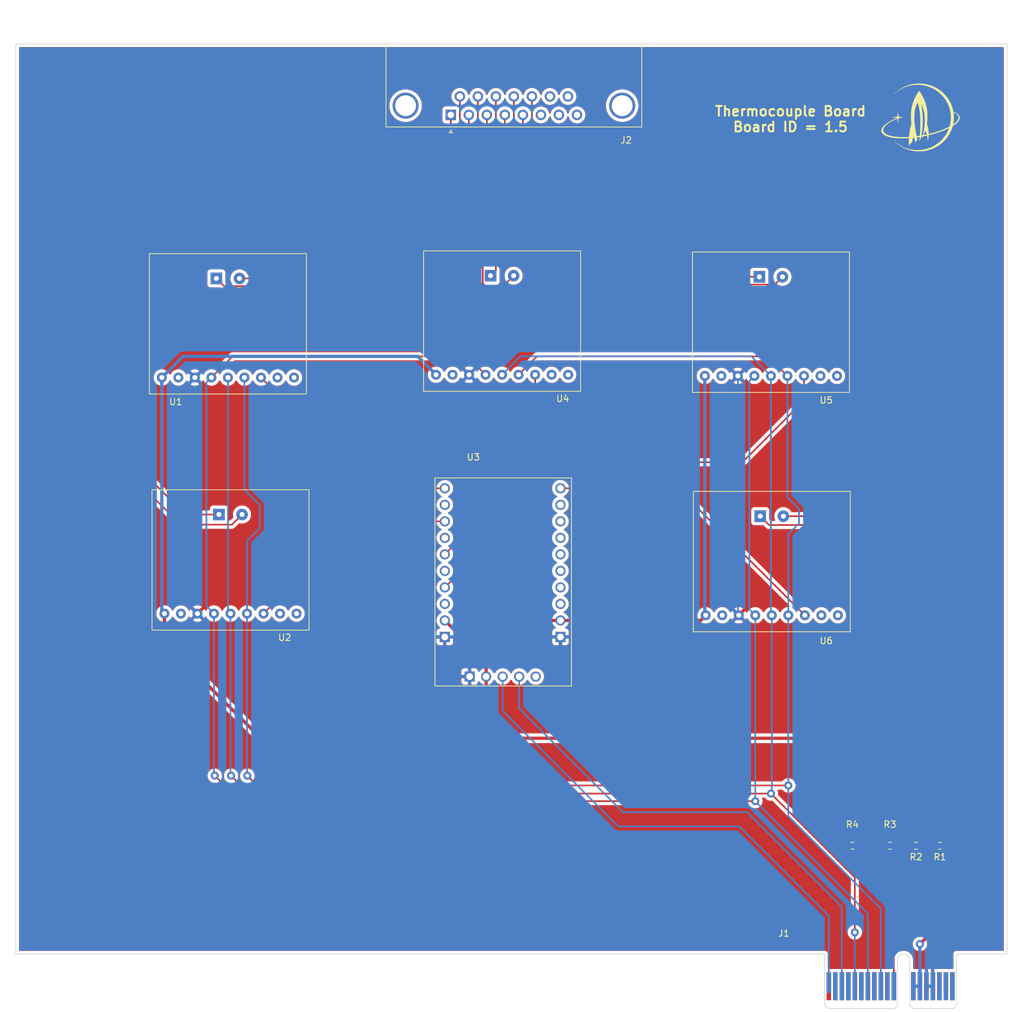
<source format=kicad_pcb>
(kicad_pcb (version 20211014) (generator pcbnew)
  (layers (0 "F.Cu" signal) (31 "B.Cu" signal) (34 "B.Paste" user) (35 "F.Paste" user) (36 "B.SilkS" user "B.Silkscreen") (37 "F.SilkS" user "F.Silkscreen") (38 "B.Mask" user) (39 "F.Mask" user) (44 "Edge.Cuts" user))
  (net 0 "")
  (net 1 "/I2C_SDA")
  (net 3 "/I2C_SCL")
  (net 5 "/SPI_MISO")
  (net 7 "/SPI_SCK")
  (net 9 "/SPI_MOSI")
  (net 12 "+3V3")
  (net 13 "GND")
  (net 27 "/Board_ID")
  (net 33 "/TC1_T-")
  (net 34 "/TC2_T-")
  (net 35 "/TC3_T-")
  (net 36 "/TC4_T-")
  (net 37 "/TC5_T-")
  (net 41 "/TC1_T+")
  (net 42 "/TC2_T+")
  (net 43 "/TC3_T+")
  (net 44 "/TC4_T+")
  (net 45 "/TC5_T+")
  (net 48 "Net-(R1-Pad2)")
  (net 49 "Net-(R2-Pad2)")
  (net 52 "/TC1_CS")
  (net 56 "/TC2_CS")
  (net 60 "/TC3_CS")
  (net 62 "/TC4_CS")
  (net 72 "/TC5_CS")
  (footprint "Resistor_SMD:R_0603_1608Metric" (layer "F.Cu") (at 177.73 151.03 180)
    (fp_text reference "R1" (at 0 -1.72) (layer "F.SilkS"))
    (fp_text value "10k")
    (pad "1" smd roundrect (at -0.825 0 180) (size 0.8 0.95) (layers "F.Cu" "F.Paste" "F.Mask") (net 12 "+3V3"))
    (pad "2" smd roundrect (at 0.825 0 180) (size 0.8 0.95) (layers "F.Cu" "F.Paste" "F.Mask") (net 48 "Net-(R1-Pad2)"))
  )
  (footprint "Resistor_SMD:R_0603_1608Metric" (layer "F.Cu") (at 174.06 151.02 180)
    (fp_text reference "R2" (at 0 -1.73) (layer "F.SilkS"))
    (fp_text value "1k")
    (pad "1" smd roundrect (at -0.825 0 180) (size 0.8 0.95) (layers "F.Cu" "F.Paste" "F.Mask") (net 48 "Net-(R1-Pad2)"))
    (pad "2" smd roundrect (at 0.825 0 180) (size 0.8 0.95) (layers "F.Cu" "F.Paste" "F.Mask") (net 49 "Net-(R2-Pad2)"))
  )
  (footprint "PCF8575_Breakout:PCF8575_Breakout" (layer "F.Cu") (at 100.0925 126.4475)
    (fp_text reference "U3" (at 5.9075 -35.1975 unlocked) (layer "F.SilkS"))
    (fp_text value "PCF8575_Breakout")
    (pad "1" thru_hole circle (at 1.5264 -30.4) (size 1.56 1.56) (drill 1.04) (layers *.Cu *.Mask) (net 52 "/TC1_CS"))
    (pad "2" thru_hole circle (at 1.5264 -27.86) (size 1.56 1.56) (drill 1.04) (layers *.Cu *.Mask))
    (pad "3" thru_hole circle (at 1.5264 -25.32) (size 1.56 1.56) (drill 1.04) (layers *.Cu *.Mask) (net 56 "/TC2_CS"))
    (pad "4" thru_hole circle (at 1.5264 -22.78) (size 1.56 1.56) (drill 1.04) (layers *.Cu *.Mask))
    (pad "5" thru_hole circle (at 1.5264 -20.24) (size 1.56 1.56) (drill 1.04) (layers *.Cu *.Mask) (net 60 "/TC3_CS"))
    (pad "6" thru_hole circle (at 1.5264 -17.7) (size 1.56 1.56) (drill 1.04) (layers *.Cu *.Mask))
    (pad "7" thru_hole circle (at 1.5264 -15.16) (size 1.56 1.56) (drill 1.04) (layers *.Cu *.Mask) (net 62 "/TC4_CS"))
    (pad "8" thru_hole circle (at 1.5264 -12.62) (size 1.56 1.56) (drill 1.04) (layers *.Cu *.Mask))
    (pad "9" thru_hole circle (at 1.5264 -10.08) (size 1.56 1.56) (drill 1.04) (layers *.Cu *.Mask) (net 12 "+3V3"))
    (pad "10" thru_hole rect (at 1.5264 -7.54) (size 1.56 1.56) (drill 1.04) (layers *.Cu *.Mask) (net 13 "GND"))
    (pad "11" thru_hole rect (at 5.3364 -1.444 90) (size 1.56 1.56) (drill 1.04) (layers *.Cu *.Mask) (net 13 "GND"))
    (pad "12" thru_hole circle (at 7.8764 -1.444 90) (size 1.56 1.56) (drill 1.04) (layers *.Cu *.Mask) (net 12 "+3V3"))
    (pad "13" thru_hole circle (at 10.4164 -1.444 90) (size 1.56 1.56) (drill 1.04) (layers *.Cu *.Mask) (net 1 "/I2C_SDA"))
    (pad "14" thru_hole circle (at 12.9564 -1.444 90) (size 1.56 1.56) (drill 1.04) (layers *.Cu *.Mask) (net 3 "/I2C_SCL"))
    (pad "15" thru_hole circle (at 15.4964 -1.444 90) (size 1.56 1.56) (drill 1.04) (layers *.Cu *.Mask))
    (pad "16" thru_hole rect (at 19.30584 -7.54) (size 1.56 1.56) (drill 1.04) (layers *.Cu *.Mask) (net 13 "GND"))
    (pad "17" thru_hole circle (at 19.30584 -10.08) (size 1.56 1.56) (drill 1.04) (layers *.Cu *.Mask) (net 12 "+3V3"))
    (pad "18" thru_hole circle (at 19.30584 -12.62) (size 1.56 1.56) (drill 1.04) (layers *.Cu *.Mask))
    (pad "19" thru_hole circle (at 19.30584 -15.16) (size 1.56 1.56) (drill 1.04) (layers *.Cu *.Mask))
    (pad "20" thru_hole circle (at 19.30584 -17.7) (size 1.56 1.56) (drill 1.04) (layers *.Cu *.Mask))
    (pad "21" thru_hole circle (at 19.30584 -20.24) (size 1.56 1.56) (drill 1.04) (layers *.Cu *.Mask))
    (pad "22" thru_hole circle (at 19.30584 -22.78) (size 1.56 1.56) (drill 1.04) (layers *.Cu *.Mask))
    (pad "23" thru_hole circle (at 19.30584 -25.32) (size 1.56 1.56) (drill 1.04) (layers *.Cu *.Mask))
    (pad "24" thru_hole circle (at 19.30584 -27.86) (size 1.56 1.56) (drill 1.04) (layers *.Cu *.Mask))
    (pad "25" thru_hole circle (at 19.30584 -30.4) (size 1.56 1.56) (drill 1.04) (layers *.Cu *.Mask) (net 72 "/TC5_CS"))
  )
  (footprint "star-common-lib:star_12x10" (layer "F.Cu") (at 174.75 39)
    (fp_text reference "G***" hide)
    (fp_text value "LOGO" hide)
  )
  (footprint "MAX31856_Breakout:MAX31856_Breakout" (layer "F.Cu") (at 68.905 67.321)
    (fp_text reference "U1" (at -8.655 15.429 unlocked) (layer "F.SilkS"))
    (fp_text value "MAX31856")
    (pad "1" thru_hole circle (at 1.143 -3.556 90) (size 1.778 1.778) (drill 0.762) (layers *.Cu *.Mask) (net 33 "/TC1_T-"))
    (pad "2" thru_hole rect (at -2.413 -3.556 90) (size 1.778 1.778) (drill 0.762) (layers *.Cu *.Mask) (net 41 "/TC1_T+"))
    (pad "3" thru_hole circle (at 9.525 11.684 90) (size 1.524 1.524) (drill 0.762) (layers *.Cu *.Mask))
    (pad "4" thru_hole circle (at 6.985 11.684 90) (size 1.524 1.524) (drill 0.762) (layers *.Cu *.Mask))
    (pad "5" thru_hole circle (at 4.445 11.684 90) (size 1.524 1.524) (drill 0.762) (layers *.Cu *.Mask) (net 52 "/TC1_CS"))
    (pad "6" thru_hole circle (at 1.905 11.684 90) (size 1.524 1.524) (drill 0.762) (layers *.Cu *.Mask) (net 9 "/SPI_MOSI"))
    (pad "7" thru_hole circle (at -0.635 11.684 90) (size 1.524 1.524) (drill 0.762) (layers *.Cu *.Mask) (net 5 "/SPI_MISO"))
    (pad "8" thru_hole circle (at -3.175 11.684 90) (size 1.524 1.524) (drill 0.762) (layers *.Cu *.Mask) (net 7 "/SPI_SCK"))
    (pad "9" thru_hole circle (at -5.715 11.684 90) (size 1.524 1.524) (drill 0.762) (layers *.Cu *.Mask) (net 13 "GND"))
    (pad "10" thru_hole circle (at -8.255 11.684 90) (size 1.524 1.524) (drill 0.762) (layers *.Cu *.Mask))
    (pad "11" thru_hole circle (at -10.795 11.684 90) (size 1.524 1.524) (drill 0.762) (layers *.Cu *.Mask) (net 12 "+3V3"))
  )
  (footprint "DSUB_622-015-260-042:DSUB_622-015-260-042" (layer "F.Cu") (at 102.54 38.61 180)
    (fp_text reference "J2" (at -26.96 -3.89) (layer "F.SilkS"))
    (fp_text value "DSUB1")
    (pad "0" thru_hole circle (at 6.955 1.42 180) (size 4 4) (drill 3.2) (layers *.Cu *.Mask))
    (pad "0" thru_hole circle (at -26.345 1.42 180) (size 4 4) (drill 3.2) (layers *.Cu *.Mask))
    (pad "1" thru_hole rect (at 0 0 180) (size 1.6 1.6) (drill 1) (layers *.Cu *.Mask) (net 33 "/TC1_T-"))
    (pad "2" thru_hole circle (at -2.77 0 180) (size 1.6 1.6) (drill 1) (layers *.Cu *.Mask) (net 34 "/TC2_T-"))
    (pad "3" thru_hole circle (at -5.54 0 180) (size 1.6 1.6) (drill 1) (layers *.Cu *.Mask) (net 35 "/TC3_T-"))
    (pad "4" thru_hole circle (at -8.31 0 180) (size 1.6 1.6) (drill 1) (layers *.Cu *.Mask) (net 36 "/TC4_T-"))
    (pad "5" thru_hole circle (at -11.08 0 180) (size 1.6 1.6) (drill 1) (layers *.Cu *.Mask) (net 37 "/TC5_T-"))
    (pad "6" thru_hole circle (at -13.85 0 180) (size 1.6 1.6) (drill 1) (layers *.Cu *.Mask))
    (pad "7" thru_hole circle (at -16.62 0 180) (size 1.6 1.6) (drill 1) (layers *.Cu *.Mask))
    (pad "8" thru_hole circle (at -19.39 0 180) (size 1.6 1.6) (drill 1) (layers *.Cu *.Mask))
    (pad "9" thru_hole circle (at -1.385 2.84 180) (size 1.6 1.6) (drill 1) (layers *.Cu *.Mask) (net 41 "/TC1_T+"))
    (pad "10" thru_hole circle (at -4.155 2.84 180) (size 1.6 1.6) (drill 1) (layers *.Cu *.Mask) (net 42 "/TC2_T+"))
    (pad "11" thru_hole circle (at -6.925 2.84 180) (size 1.6 1.6) (drill 1) (layers *.Cu *.Mask) (net 43 "/TC3_T+"))
    (pad "12" thru_hole circle (at -9.695 2.84 180) (size 1.6 1.6) (drill 1) (layers *.Cu *.Mask) (net 44 "/TC4_T+"))
    (pad "13" thru_hole circle (at -12.465 2.84 180) (size 1.6 1.6) (drill 1) (layers *.Cu *.Mask) (net 45 "/TC5_T+"))
    (pad "14" thru_hole circle (at -15.235 2.84 180) (size 1.6 1.6) (drill 1) (layers *.Cu *.Mask))
    (pad "15" thru_hole circle (at -18.005 2.84 180) (size 1.6 1.6) (drill 1) (layers *.Cu *.Mask))
  )
  (footprint "MAX31856_Breakout:MAX31856_Breakout" (layer "F.Cu") (at 111.055 66.891)
    (fp_text reference "U4" (at 8.695 15.359 unlocked) (layer "F.SilkS"))
    (fp_text value "MAX31856")
    (pad "1" thru_hole circle (at 1.143 -3.556 90) (size 1.778 1.778) (drill 0.762) (layers *.Cu *.Mask) (net 35 "/TC3_T-"))
    (pad "2" thru_hole rect (at -2.413 -3.556 90) (size 1.778 1.778) (drill 0.762) (layers *.Cu *.Mask) (net 43 "/TC3_T+"))
    (pad "3" thru_hole circle (at 9.525 11.684 90) (size 1.524 1.524) (drill 0.762) (layers *.Cu *.Mask))
    (pad "4" thru_hole circle (at 6.985 11.684 90) (size 1.524 1.524) (drill 0.762) (layers *.Cu *.Mask))
    (pad "5" thru_hole circle (at 4.445 11.684 90) (size 1.524 1.524) (drill 0.762) (layers *.Cu *.Mask) (net 60 "/TC3_CS"))
    (pad "6" thru_hole circle (at 1.905 11.684 90) (size 1.524 1.524) (drill 0.762) (layers *.Cu *.Mask) (net 9 "/SPI_MOSI"))
    (pad "7" thru_hole circle (at -0.635 11.684 90) (size 1.524 1.524) (drill 0.762) (layers *.Cu *.Mask) (net 5 "/SPI_MISO"))
    (pad "8" thru_hole circle (at -3.175 11.684 90) (size 1.524 1.524) (drill 0.762) (layers *.Cu *.Mask) (net 7 "/SPI_SCK"))
    (pad "9" thru_hole circle (at -5.715 11.684 90) (size 1.524 1.524) (drill 0.762) (layers *.Cu *.Mask) (net 13 "GND"))
    (pad "10" thru_hole circle (at -8.255 11.684 90) (size 1.524 1.524) (drill 0.762) (layers *.Cu *.Mask))
    (pad "11" thru_hole circle (at -10.795 11.684 90) (size 1.524 1.524) (drill 0.762) (layers *.Cu *.Mask) (net 12 "+3V3"))
  )
  (footprint "Resistor_SMD:R_0603_1608Metric" (layer "F.Cu") (at 170.05 151.02 180)
    (fp_text reference "R3" (at 0 3.27) (layer "F.SilkS"))
    (fp_text value "1k")
    (pad "1" smd roundrect (at -0.825 0 180) (size 0.8 0.95) (layers "F.Cu" "F.Paste" "F.Mask") (net 49 "Net-(R2-Pad2)"))
    (pad "2" smd roundrect (at 0.825 0 180) (size 0.8 0.95) (layers "F.Cu" "F.Paste" "F.Mask") (net 27 "/Board_ID"))
  )
  (footprint "MAX31856_Breakout:MAX31856_Breakout" (layer "F.Cu") (at 69.3 103.63)
    (fp_text reference "U2" (at 7.7 15.37 unlocked) (layer "F.SilkS"))
    (fp_text value "MAX31856")
    (pad "1" thru_hole circle (at 1.143 -3.556 90) (size 1.778 1.778) (drill 0.762) (layers *.Cu *.Mask) (net 34 "/TC2_T-"))
    (pad "2" thru_hole rect (at -2.413 -3.556 90) (size 1.778 1.778) (drill 0.762) (layers *.Cu *.Mask) (net 42 "/TC2_T+"))
    (pad "3" thru_hole circle (at 9.525 11.684 90) (size 1.524 1.524) (drill 0.762) (layers *.Cu *.Mask))
    (pad "4" thru_hole circle (at 6.985 11.684 90) (size 1.524 1.524) (drill 0.762) (layers *.Cu *.Mask))
    (pad "5" thru_hole circle (at 4.445 11.684 90) (size 1.524 1.524) (drill 0.762) (layers *.Cu *.Mask) (net 56 "/TC2_CS"))
    (pad "6" thru_hole circle (at 1.905 11.684 90) (size 1.524 1.524) (drill 0.762) (layers *.Cu *.Mask) (net 9 "/SPI_MOSI"))
    (pad "7" thru_hole circle (at -0.635 11.684 90) (size 1.524 1.524) (drill 0.762) (layers *.Cu *.Mask) (net 5 "/SPI_MISO"))
    (pad "8" thru_hole circle (at -3.175 11.684 90) (size 1.524 1.524) (drill 0.762) (layers *.Cu *.Mask) (net 7 "/SPI_SCK"))
    (pad "9" thru_hole circle (at -5.715 11.684 90) (size 1.524 1.524) (drill 0.762) (layers *.Cu *.Mask) (net 13 "GND"))
    (pad "10" thru_hole circle (at -8.255 11.684 90) (size 1.524 1.524) (drill 0.762) (layers *.Cu *.Mask))
    (pad "11" thru_hole circle (at -10.795 11.684 90) (size 1.524 1.524) (drill 0.762) (layers *.Cu *.Mask) (net 12 "+3V3"))
  )
  (footprint "Resistor_SMD:R_0603_1608Metric" (layer "F.Cu") (at 164.28 151.02 180)
    (fp_text reference "R4" (at 0 3.27) (layer "F.SilkS"))
    (fp_text value "10k")
    (pad "1" smd roundrect (at -0.825 0 180) (size 0.8 0.95) (layers "F.Cu" "F.Paste" "F.Mask") (net 27 "/Board_ID"))
    (pad "2" smd roundrect (at 0.825 0 180) (size 0.8 0.95) (layers "F.Cu" "F.Paste" "F.Mask") (net 13 "GND"))
  )
  (footprint "MAX31856_Breakout:MAX31856_Breakout" (layer "F.Cu") (at 152.52 103.89)
    (fp_text reference "U6" (at 7.73 15.61 unlocked) (layer "F.SilkS"))
    (fp_text value "MAX31856")
    (pad "1" thru_hole circle (at 1.143 -3.556 90) (size 1.778 1.778) (drill 0.762) (layers *.Cu *.Mask) (net 37 "/TC5_T-"))
    (pad "2" thru_hole rect (at -2.413 -3.556 90) (size 1.778 1.778) (drill 0.762) (layers *.Cu *.Mask) (net 45 "/TC5_T+"))
    (pad "3" thru_hole circle (at 9.525 11.684 90) (size 1.524 1.524) (drill 0.762) (layers *.Cu *.Mask))
    (pad "4" thru_hole circle (at 6.985 11.684 90) (size 1.524 1.524) (drill 0.762) (layers *.Cu *.Mask))
    (pad "5" thru_hole circle (at 4.445 11.684 90) (size 1.524 1.524) (drill 0.762) (layers *.Cu *.Mask) (net 72 "/TC5_CS"))
    (pad "6" thru_hole circle (at 1.905 11.684 90) (size 1.524 1.524) (drill 0.762) (layers *.Cu *.Mask) (net 9 "/SPI_MOSI"))
    (pad "7" thru_hole circle (at -0.635 11.684 90) (size 1.524 1.524) (drill 0.762) (layers *.Cu *.Mask) (net 5 "/SPI_MISO"))
    (pad "8" thru_hole circle (at -3.175 11.684 90) (size 1.524 1.524) (drill 0.762) (layers *.Cu *.Mask) (net 7 "/SPI_SCK"))
    (pad "9" thru_hole circle (at -5.715 11.684 90) (size 1.524 1.524) (drill 0.762) (layers *.Cu *.Mask) (net 13 "GND"))
    (pad "10" thru_hole circle (at -8.255 11.684 90) (size 1.524 1.524) (drill 0.762) (layers *.Cu *.Mask))
    (pad "11" thru_hole circle (at -10.795 11.684 90) (size 1.524 1.524) (drill 0.762) (layers *.Cu *.Mask) (net 12 "+3V3"))
  )
  (footprint "Connector_PCBEdge:BUS_PCIexpress_x1" (layer "F.Cu") (at 160.65 172.63)
    (fp_text reference "J1" (at -6.9 -8.13) (layer "F.SilkS"))
    (fp_text value "PCIE Card Edge")
    (fp_line (start 12.95 3.45) (end 19.15 3.45) (layer "Edge.Cuts") (width 0.1))
    (fp_line (start 10.55 -4) (end 10.55 2.95) (layer "Edge.Cuts") (width 0.1))
    (fp_line (start 12.45 2.95) (end 12.95 3.45) (layer "Edge.Cuts") (width 0.1))
    (fp_line (start -0.15 3.45) (end 10.05 3.45) (layer "Edge.Cuts") (width 0.1))
    (fp_line (start -0.65 2.95) (end -0.15 3.45) (layer "Edge.Cuts") (width 0.1))
    (fp_line (start 12.45 -4) (end 12.45 2.95) (layer "Edge.Cuts") (width 0.1))
    (fp_line (start 19.65 -4.95) (end 19.65 2.95) (layer "Edge.Cuts") (width 0.1))
    (fp_line (start 10.55 2.95) (end 10.05 3.45) (layer "Edge.Cuts") (width 0.1))
    (fp_line (start 19.65 2.95) (end 19.15 3.45) (layer "Edge.Cuts") (width 0.1))
    (fp_line (start -0.65 -4.95) (end -0.65 2.95) (layer "Edge.Cuts") (width 0.1))
    (fp_arc (start 10.55 -4) (mid 11.5 -4.95) (end 12.45 -4) (layer "Edge.Cuts") (width 0.1))
    (pad "A1" connect rect (at 0 -0.55) (size 0.7 3.2) (layers "B.Cu" "B.Mask") (net 1 "/I2C_SDA"))
    (pad "A2" connect rect (at 1 0) (size 0.7 4.3) (layers "B.Cu" "B.Mask"))
    (pad "A3" connect rect (at 2 0) (size 0.7 4.3) (layers "B.Cu" "B.Mask") (net 3 "/I2C_SCL"))
    (pad "A4" connect rect (at 3 0) (size 0.7 4.3) (layers "B.Cu" "B.Mask"))
    (pad "A5" connect rect (at 4 0) (size 0.7 4.3) (layers "B.Cu" "B.Mask") (net 5 "/SPI_MISO"))
    (pad "A6" connect rect (at 5 0) (size 0.7 4.3) (layers "B.Cu" "B.Mask"))
    (pad "A7" connect rect (at 6 0) (size 0.7 4.3) (layers "B.Cu" "B.Mask") (net 7 "/SPI_SCK"))
    (pad "A8" connect rect (at 7 0) (size 0.7 4.3) (layers "B.Cu" "B.Mask"))
    (pad "A9" connect rect (at 8 0) (size 0.7 4.3) (layers "B.Cu" "B.Mask") (net 9 "/SPI_MOSI"))
    (pad "A10" connect rect (at 9 0) (size 0.7 4.3) (layers "B.Cu" "B.Mask"))
    (pad "A11" connect rect (at 10 0) (size 0.7 4.3) (layers "B.Cu" "B.Mask"))
    (pad "A12" connect rect (at 13 0) (size 0.7 4.3) (layers "B.Cu" "B.Mask") (net 12 "+3V3"))
    (pad "A13" connect rect (at 14 0) (size 0.7 4.3) (layers "B.Cu" "B.Mask") (net 12 "+3V3"))
    (pad "A14" connect rect (at 15 0) (size 0.7 4.3) (layers "B.Cu" "B.Mask") (net 13 "GND"))
    (pad "A15" connect rect (at 16 0) (size 0.7 4.3) (layers "B.Cu" "B.Mask") (net 13 "GND"))
    (pad "A16" connect rect (at 17 0) (size 0.7 4.3) (layers "B.Cu" "B.Mask"))
    (pad "A17" connect rect (at 18 0) (size 0.7 4.3) (layers "B.Cu" "B.Mask"))
    (pad "A18" connect rect (at 19 0) (size 0.7 4.3) (layers "B.Cu" "B.Mask"))
    (pad "B1" connect rect (at 0 0) (size 0.7 4.3) (layers "F.Cu" "F.Mask"))
    (pad "B2" connect rect (at 1 0) (size 0.7 4.3) (layers "F.Cu" "F.Mask"))
    (pad "B3" connect rect (at 2 0) (size 0.7 4.3) (layers "F.Cu" "F.Mask"))
    (pad "B4" connect rect (at 3 0) (size 0.7 4.3) (layers "F.Cu" "F.Mask"))
    (pad "B5" connect rect (at 4 0) (size 0.7 4.3) (layers "F.Cu" "F.Mask"))
    (pad "B6" connect rect (at 5 0) (size 0.7 4.3) (layers "F.Cu" "F.Mask"))
    (pad "B7" connect rect (at 6 0) (size 0.7 4.3) (layers "F.Cu" "F.Mask"))
    (pad "B8" connect rect (at 7 0) (size 0.7 4.3) (layers "F.Cu" "F.Mask"))
    (pad "B9" connect rect (at 8 0) (size 0.7 4.3) (layers "F.Cu" "F.Mask"))
    (pad "B10" connect rect (at 9 0) (size 0.7 4.3) (layers "F.Cu" "F.Mask"))
    (pad "B11" connect rect (at 10 0) (size 0.7 4.3) (layers "F.Cu" "F.Mask") (net 27 "/Board_ID"))
    (pad "B12" connect rect (at 13 0) (size 0.7 4.3) (layers "F.Cu" "F.Mask"))
    (pad "B13" connect rect (at 14 0) (size 0.7 4.3) (layers "F.Cu" "F.Mask"))
    (pad "B14" connect rect (at 15 0) (size 0.7 4.3) (layers "F.Cu" "F.Mask") (net 13 "GND"))
    (pad "B15" connect rect (at 16 0) (size 0.7 4.3) (layers "F.Cu" "F.Mask") (net 13 "GND"))
    (pad "B16" connect rect (at 17 0) (size 0.7 4.3) (layers "F.Cu" "F.Mask"))
    (pad "B17" connect rect (at 18 -0.55) (size 0.7 3.2) (layers "F.Cu" "F.Mask"))
    (pad "B18" connect rect (at 19 0) (size 0.7 4.3) (layers "F.Cu" "F.Mask"))
  )
  (footprint "MAX31856_Breakout:MAX31856_Breakout" (layer "F.Cu") (at 152.385 67.071)
    (fp_text reference "U5" (at 7.865 15.429 unlocked) (layer "F.SilkS"))
    (fp_text value "MAX31856")
    (pad "1" thru_hole circle (at 1.143 -3.556 90) (size 1.778 1.778) (drill 0.762) (layers *.Cu *.Mask) (net 36 "/TC4_T-"))
    (pad "2" thru_hole rect (at -2.413 -3.556 90) (size 1.778 1.778) (drill 0.762) (layers *.Cu *.Mask) (net 44 "/TC4_T+"))
    (pad "3" thru_hole circle (at 9.525 11.684 90) (size 1.524 1.524) (drill 0.762) (layers *.Cu *.Mask))
    (pad "4" thru_hole circle (at 6.985 11.684 90) (size 1.524 1.524) (drill 0.762) (layers *.Cu *.Mask))
    (pad "5" thru_hole circle (at 4.445 11.684 90) (size 1.524 1.524) (drill 0.762) (layers *.Cu *.Mask) (net 62 "/TC4_CS"))
    (pad "6" thru_hole circle (at 1.905 11.684 90) (size 1.524 1.524) (drill 0.762) (layers *.Cu *.Mask) (net 9 "/SPI_MOSI"))
    (pad "7" thru_hole circle (at -0.635 11.684 90) (size 1.524 1.524) (drill 0.762) (layers *.Cu *.Mask) (net 5 "/SPI_MISO"))
    (pad "8" thru_hole circle (at -3.175 11.684 90) (size 1.524 1.524) (drill 0.762) (layers *.Cu *.Mask) (net 7 "/SPI_SCK"))
    (pad "9" thru_hole circle (at -5.715 11.684 90) (size 1.524 1.524) (drill 0.762) (layers *.Cu *.Mask) (net 13 "GND"))
    (pad "10" thru_hole circle (at -8.255 11.684 90) (size 1.524 1.524) (drill 0.762) (layers *.Cu *.Mask))
    (pad "11" thru_hole circle (at -10.795 11.684 90) (size 1.524 1.524) (drill 0.762) (layers *.Cu *.Mask) (net 12 "+3V3"))
  )
  (gr_line (start 35.65 167.68) (end 35.65 27.68) (layer "Edge.Cuts") (width 0.1))
  (gr_line (start 35.65 27.68) (end 188.05 27.68) (layer "Edge.Cuts") (width 0.1))
  (gr_line (start 188.05 27.68) (end 188.05 167.68) (layer "Edge.Cuts") (width 0.1))
  (gr_line (start 160 167.68) (end 35.65 167.68) (layer "Edge.Cuts") (width 0.1))
  (gr_line (start 188.05 167.68) (end 180.3 167.68) (layer "Edge.Cuts") (width 0.1))
  (gr_text "Thermocouple Board\nBoard ID = 1.5" (at 154.75 39.25) (layer "F.SilkS") (effects (font (size 1.5 1.5) (thickness 0.3))))
  (segment (start 110.5089 130.2689) (end 110.5089 125.0035) (width 0.254) (layer "B.Cu") (net 1))
  (segment (start 160.65 172.08) (end 160.65 161.81) (width 0.254) (layer "B.Cu") (net 1))
  (segment (start 147.325 148.485) (end 146.87 148.03) (width 0.254) (layer "B.Cu") (net 1))
  (segment (start 128.285 148.045) (end 146.885 148.045) (width 0.254) (layer "B.Cu") (net 1))
  (segment (start 146.885 148.045) (end 147.325 148.485) (width 0.254) (layer "B.Cu") (net 1))
  (segment (start 128.285 148.045) (end 110.5089 130.2689) (width 0.254) (layer "B.Cu") (net 1))
  (segment (start 160.65 161.81) (end 147.325 148.485) (width 0.254) (layer "B.Cu") (net 1))
  (segment (start 162.65 160.41) (end 148.11 145.87) (width 0.254) (layer "B.Cu") (net 3))
  (segment (start 162.65 172.63) (end 162.65 160.41) (width 0.254) (layer "B.Cu") (net 3))
  (segment (start 148.11 145.87) (end 129.01 145.87) (width 0.254) (layer "B.Cu") (net 3))
  (segment (start 113.0489 129.9089) (end 113.0489 125.0035) (width 0.254) (layer "B.Cu") (net 3))
  (segment (start 129.01 145.87) (end 113.0489 129.9089) (width 0.254) (layer "B.Cu") (net 3))
  (segment (start 71.5 143) (end 68.75 140.25) (width 0.254) (layer "F.Cu") (net 5))
  (segment (start 164.65 155.9) (end 151.75 143) (width 0.254) (layer "F.Cu") (net 5))
  (segment (start 151.75 143) (end 71.5 143) (width 0.254) (layer "F.Cu") (net 5))
  (segment (start 164.65 164.35) (end 164.65 155.9) (width 0.254) (layer "F.Cu") (net 5))
  (via (at 164.65 164.35) (size 1.2192) (drill 0.6096) (layers "F.Cu" "B.Cu") (net 5))
  (via (at 68.75 140.25) (size 1.2192) (drill 0.6096) (layers "F.Cu" "B.Cu") (net 5))
  (via (at 151.75 143) (size 1.2192) (drill 0.6096) (layers "F.Cu" "B.Cu") (net 5))
  (segment (start 151.885 142.865) (end 151.75 143) (width 0.254) (layer "B.Cu") (net 5))
  (segment (start 151.75 115.439) (end 151.885 115.574) (width 0.254) (layer "B.Cu") (net 5))
  (segment (start 113.245 75.75) (end 110.42 78.575) (width 0.254) (layer "B.Cu") (net 5))
  (segment (start 68.27 114.919) (end 68.665 115.314) (width 0.254) (layer "B.Cu") (net 5))
  (segment (start 68.665 140.165) (end 68.75 140.25) (width 0.254) (layer "B.Cu") (net 5))
  (segment (start 164.65 172.63) (end 164.65 164.35) (width 0.254) (layer "B.Cu") (net 5))
  (segment (start 151.885 115.574) (end 151.885 142.865) (width 0.254) (layer "B.Cu") (net 5))
  (segment (start 151.75 78.755) (end 151.75 115.439) (width 0.254) (layer "B.Cu") (net 5))
  (segment (start 68.665 115.314) (end 68.665 140.165) (width 0.254) (layer "B.Cu") (net 5))
  (segment (start 148.745 75.75) (end 113.245 75.75) (width 0.254) (layer "B.Cu") (net 5))
  (segment (start 68.27 79.005) (end 68.27 114.919) (width 0.254) (layer "B.Cu") (net 5))
  (segment (start 151.75 78.755) (end 148.745 75.75) (width 0.254) (layer "B.Cu") (net 5))
  (segment (start 68.985 75.75) (end 105.055 75.75) (width 0.254) (layer "F.Cu") (net 7))
  (segment (start 65.73 79.005) (end 68.985 75.75) (width 0.254) (layer "F.Cu") (net 7))
  (segment (start 105.055 75.75) (end 107.88 78.575) (width 0.254) (layer "F.Cu") (net 7))
  (segment (start 66.25 140.25) (end 70.165 144.165) (width 0.254) (layer "F.Cu") (net 7))
  (segment (start 70.165 144.165) (end 149.345 144.165) (width 0.254) (layer "F.Cu") (net 7))
  (via (at 66.25 140.25) (size 1.2192) (drill 0.6096) (layers "F.Cu" "B.Cu") (net 7))
  (via (at 149.345 144.165) (size 1.2192) (drill 0.6096) (layers "F.Cu" "B.Cu") (net 7))
  (segment (start 66.125 115.314) (end 66.125 140.125) (width 0.254) (layer "B.Cu") (net 7))
  (segment (start 148.448001 79.516999) (end 148.448001 114.677001) (width 0.254) (layer "B.Cu") (net 7))
  (segment (start 149.21 78.755) (end 148.448001 79.516999) (width 0.254) (layer "B.Cu") (net 7))
  (segment (start 64.968001 79.766999) (end 64.968001 114.157001) (width 0.254) (layer "B.Cu") (net 7))
  (segment (start 166.65 161.47) (end 166.65 172.63) (width 0.254) (layer "B.Cu") (net 7))
  (segment (start 64.968001 114.157001) (end 66.125 115.314) (width 0.254) (layer "B.Cu") (net 7))
  (segment (start 66.125 140.125) (end 66.25 140.25) (width 0.254) (layer "B.Cu") (net 7))
  (segment (start 148.448001 114.677001) (end 149.345 115.574) (width 0.254) (layer "B.Cu") (net 7))
  (segment (start 149.345 144.165) (end 166.65 161.47) (width 0.254) (layer "B.Cu") (net 7))
  (segment (start 65.73 79.005) (end 64.968001 79.766999) (width 0.254) (layer "B.Cu") (net 7))
  (segment (start 149.345 115.574) (end 149.345 144.165) (width 0.254) (layer "B.Cu") (net 7))
  (segment (start 115.785 75.75) (end 112.96 78.575) (width 0.254) (layer "F.Cu") (net 9))
  (segment (start 154.425 141.75) (end 72.75 141.75) (width 0.254) (layer "F.Cu") (net 9))
  (segment (start 72.75 141.75) (end 71.25 140.25) (width 0.254) (layer "F.Cu") (net 9))
  (segment (start 72.25 141.25) (end 71.25 140.25) (width 0.254) (layer "F.Cu") (net 9))
  (segment (start 151.285 75.75) (end 115.785 75.75) (width 0.254) (layer "F.Cu") (net 9))
  (segment (start 154.29 78.755) (end 151.285 75.75) (width 0.254) (layer "F.Cu") (net 9))
  (via (at 71.25 140.25) (size 1.2192) (drill 0.6096) (layers "F.Cu" "B.Cu") (net 9))
  (via (at 154.425 141.75) (size 1.2192) (drill 0.6096) (layers "F.Cu" "B.Cu") (net 9))
  (segment (start 70.81 79.005) (end 70.81 96.27) (width 0.254) (layer "B.Cu") (net 9))
  (segment (start 154.425 146.475) (end 168.65 160.7) (width 0.254) (layer "B.Cu") (net 9))
  (segment (start 156.07 99.23) (end 156.07 101.44) (width 0.254) (layer "B.Cu") (net 9))
  (segment (start 73.17 102.17) (end 71.205 104.135) (width 0.254) (layer "B.Cu") (net 9))
  (segment (start 168.65 160.7) (end 168.65 172.63) (width 0.254) (layer "B.Cu") (net 9))
  (segment (start 154.29 97.45) (end 156.07 99.23) (width 0.254) (layer "B.Cu") (net 9))
  (segment (start 154.29 78.755) (end 154.29 97.45) (width 0.254) (layer "B.Cu") (net 9))
  (segment (start 73.17 98.63) (end 73.17 102.17) (width 0.254) (layer "B.Cu") (net 9))
  (segment (start 154.425 104.305) (end 154.425 115.574) (width 0.254) (layer "B.Cu") (net 9))
  (segment (start 154.41 103.1) (end 154.41 104.29) (width 0.254) (layer "B.Cu") (net 9))
  (segment (start 156.07 101.44) (end 154.41 103.1) (width 0.254) (layer "B.Cu") (net 9))
  (segment (start 154.425 141.325) (end 154.425 146.475) (width 0.254) (layer "B.Cu") (net 9))
  (segment (start 154.425 115.574) (end 154.425 141.325) (width 0.254) (layer "B.Cu") (net 9))
  (segment (start 71.205 140.205) (end 71.205 115.314) (width 0.254) (layer "B.Cu") (net 9))
  (segment (start 154.41 104.29) (end 154.425 104.305) (width 0.254) (layer "B.Cu") (net 9))
  (segment (start 70.81 96.27) (end 73.17 98.63) (width 0.254) (layer "B.Cu") (net 9))
  (segment (start 71.25 140.25) (end 71.205 140.205) (width 0.254) (layer "B.Cu") (net 9))
  (segment (start 71.205 104.135) (end 71.205 115.314) (width 0.254) (layer "B.Cu") (net 9))
  (segment (start 107.9689 129.9389) (end 107.9689 125.0035) (width 0.508) (layer "F.Cu") (net 12))
  (segment (start 140.9315 116.3675) (end 141.725 115.574) (width 0.508) (layer "F.Cu") (net 12))
  (segment (start 114.3189 116.3675) (end 107.9689 122.7175) (width 0.508) (layer "F.Cu") (net 12))
  (segment (start 178.555 151.03) (end 162.015 134.49) (width 0.508) (layer "F.Cu") (net 12))
  (segment (start 119.39834 116.3675) (end 114.3189 116.3675) (width 0.508) (layer "F.Cu") (net 12))
  (segment (start 73.34 134.49) (end 58.505 119.655) (width 0.508) (layer "F.Cu") (net 12))
  (segment (start 107.9689 122.7175) (end 107.9689 125.0035) (width 0.508) (layer "F.Cu") (net 12))
  (segment (start 180.12 160.68) (end 180.12 152.595) (width 0.508) (layer "F.Cu") (net 12))
  (segment (start 119.39834 116.3675) (end 140.9315 116.3675) (width 0.508) (layer "F.Cu") (net 12))
  (segment (start 101.6189 116.3675) (end 107.9689 122.7175) (width 0.508) (layer "F.Cu") (net 12))
  (segment (start 162.015 134.49) (end 112.52 134.49) (width 0.508) (layer "F.Cu") (net 12))
  (segment (start 174.65 166.15) (end 180.12 160.68) (width 0.508) (layer "F.Cu") (net 12))
  (segment (start 58.505 119.655) (end 58.505 115.314) (width 0.508) (layer "F.Cu") (net 12))
  (segment (start 112.52 134.49) (end 107.9689 129.9389) (width 0.508) (layer "F.Cu") (net 12))
  (segment (start 112.52 134.49) (end 73.34 134.49) (width 0.508) (layer "F.Cu") (net 12))
  (segment (start 180.12 152.595) (end 178.555 151.03) (width 0.508) (layer "F.Cu") (net 12))
  (via (at 174.65 166.15) (size 1.2192) (drill 0.6096) (layers "F.Cu" "B.Cu") (net 12))
  (segment (start 61.365 75.75) (end 97.435 75.75) (width 0.508) (layer "B.Cu") (net 12))
  (segment (start 97.435 75.75) (end 100.26 78.575) (width 0.508) (layer "B.Cu") (net 12))
  (segment (start 174.65 172.63) (end 173.65 172.63) (width 0.508) (layer "B.Cu") (net 12))
  (segment (start 58.11 114.919) (end 58.505 115.314) (width 0.508) (layer "B.Cu") (net 12))
  (segment (start 141.59 115.439) (end 141.725 115.574) (width 0.508) (layer "B.Cu") (net 12))
  (segment (start 174.65 172.63) (end 174.65 166.15) (width 0.508) (layer "B.Cu") (net 12))
  (segment (start 141.59 78.755) (end 141.59 115.439) (width 0.508) (layer "B.Cu") (net 12))
  (segment (start 58.11 79.005) (end 61.365 75.75) (width 0.508) (layer "B.Cu") (net 12))
  (segment (start 58.11 79.005) (end 58.11 114.919) (width 0.508) (layer "B.Cu") (net 12))
  (segment (start 176.65 172.63) (end 175.65 172.63) (width 0.508) (layer "F.Cu") (net 13))
  (segment (start 146.67 115.439) (end 146.805 115.574) (width 0.254) (layer "B.Cu") (net 13))
  (segment (start 175.65 172.63) (end 176.65 172.63) (width 0.508) (layer "B.Cu") (net 13))
  (segment (start 146.67 78.755) (end 146.67 115.439) (width 0.254) (layer "B.Cu") (net 13))
  (segment (start 165.105 151.02) (end 169.225 151.02) (width 0.254) (layer "F.Cu") (net 27))
  (segment (start 170.65 156.565) (end 165.105 151.02) (width 0.254) (layer "F.Cu") (net 27))
  (segment (start 170.65 172.63) (end 170.65 156.565) (width 0.254) (layer "F.Cu") (net 27))
  (segment (start 102.54 42.75) (end 102.54 38.61) (width 0.254) (layer "F.Cu") (net 33))
  (segment (start 70.048 63.765) (end 81.525 63.765) (width 0.254) (layer "F.Cu") (net 33))
  (segment (start 81.525 63.765) (end 102.54 42.75) (width 0.254) (layer "F.Cu") (net 33))
  (segment (start 105.31 44.05) (end 83.025 66.335) (width 0.254) (layer "F.Cu") (net 34))
  (segment (start 68.887 101.63) (end 70.443 100.074) (width 0.254) (layer "F.Cu") (net 34))
  (segment (start 61 101.63) (end 68.887 101.63) (width 0.254) (layer "F.Cu") (net 34))
  (segment (start 105.31 38.61) (end 105.31 44.05) (width 0.254) (layer "F.Cu") (net 34))
  (segment (start 51.69 72.65) (end 51.69 92.32) (width 0.254) (layer "F.Cu") (net 34))
  (segment (start 58.005 66.335) (end 51.69 72.65) (width 0.254) (layer "F.Cu") (net 34))
  (segment (start 51.69 92.32) (end 61 101.63) (width 0.254) (layer "F.Cu") (net 34))
  (segment (start 83.025 66.335) (end 58.005 66.335) (width 0.254) (layer "F.Cu") (net 34))
  (segment (start 110.473 65.06) (end 107.980378 65.06) (width 0.254) (layer "F.Cu") (net 35))
  (segment (start 107.980378 65.06) (end 107.448689 64.528311) (width 0.254) (layer "F.Cu") (net 35))
  (segment (start 112.198 63.335) (end 110.473 65.06) (width 0.254) (layer "F.Cu") (net 35))
  (segment (start 107.448689 61.891311) (end 108.08 61.26) (width 0.254) (layer "F.Cu") (net 35))
  (segment (start 108.08 61.26) (end 108.08 38.61) (width 0.254) (layer "F.Cu") (net 35))
  (segment (start 107.448689 64.528311) (end 107.448689 61.891311) (width 0.254) (layer "F.Cu") (net 35))
  (segment (start 110.85 43.54) (end 110.85 38.61) (width 0.254) (layer "F.Cu") (net 36))
  (segment (start 132.018311 64.708311) (end 110.85 43.54) (width 0.254) (layer "F.Cu") (net 36))
  (segment (start 152.334689 64.708311) (end 132.018311 64.708311) (width 0.254) (layer "F.Cu") (net 36))
  (segment (start 153.528 63.515) (end 152.334689 64.708311) (width 0.254) (layer "F.Cu") (net 36))
  (segment (start 113.62 38.61) (end 113.62 41.57) (width 0.254) (layer "F.Cu") (net 37))
  (segment (start 167.49 58.83) (end 167.49 94.78) (width 0.254) (layer "F.Cu") (net 37))
  (segment (start 167.49 94.78) (end 161.936 100.334) (width 0.254) (layer "F.Cu") (net 37))
  (segment (start 157.826 100.334) (end 157.394 100.334) (width 0.254) (layer "F.Cu") (net 37))
  (segment (start 128.51 56.46) (end 165.12 56.46) (width 0.254) (layer "F.Cu") (net 37))
  (segment (start 165.12 56.46) (end 167.49 58.83) (width 0.254) (layer "F.Cu") (net 37))
  (segment (start 161.936 100.334) (end 157.394 100.334) (width 0.254) (layer "F.Cu") (net 37))
  (segment (start 113.62 41.57) (end 128.51 56.46) (width 0.254) (layer "F.Cu") (net 37))
  (segment (start 157.394 100.334) (end 153.663 100.334) (width 0.254) (layer "F.Cu") (net 37))
  (segment (start 103.925 43.425) (end 103.925 35.77) (width 0.254) (layer "F.Cu") (net 41))
  (segment (start 67.685311 64.958311) (end 82.391689 64.958311) (width 0.254) (layer "F.Cu") (net 41))
  (segment (start 66.492 63.765) (end 67.685311 64.958311) (width 0.254) (layer "F.Cu") (net 41))
  (segment (start 82.391689 64.958311) (end 103.925 43.425) (width 0.254) (layer "F.Cu") (net 41))
  (segment (start 66.887 100.074) (end 66.887 99.887) (width 0.254) (layer "F.Cu") (net 42))
  (segment (start 83.98 67.76) (end 58.72 67.76) (width 0.254) (layer "F.Cu") (net 42))
  (segment (start 53.06 91.42) (end 61.714 100.074) (width 0.254) (layer "F.Cu") (net 42))
  (segment (start 53.06 73.42) (end 53.06 91.42) (width 0.254) (layer "F.Cu") (net 42))
  (segment (start 58.72 67.76) (end 53.06 73.42) (width 0.254) (layer "F.Cu") (net 42))
  (segment (start 106.72 45.02) (end 83.98 67.76) (width 0.254) (layer "F.Cu") (net 42))
  (segment (start 106.695 44.995) (end 106.695 35.77) (width 0.254) (layer "F.Cu") (net 42))
  (segment (start 61.714 100.074) (end 66.887 100.074) (width 0.254) (layer "F.Cu") (net 42))
  (segment (start 108.642 63.335) (end 109.465 62.512) (width 0.254) (layer "F.Cu") (net 43))
  (segment (start 109.465 62.512) (end 109.465 35.77) (width 0.254) (layer "F.Cu") (net 43))
  (segment (start 132.825 63.515) (end 112.235 42.925) (width 0.254) (layer "F.Cu") (net 44))
  (segment (start 112.235 42.925) (end 112.235 35.77) (width 0.254) (layer "F.Cu") (net 44))
  (segment (start 149.972 63.515) (end 132.825 63.515) (width 0.254) (layer "F.Cu") (net 44))
  (segment (start 151.463 101.69) (end 150.107 100.334) (width 0.254) (layer "F.Cu") (net 45))
  (segment (start 162.73 101.69) (end 151.463 101.69) (width 0.254) (layer "F.Cu") (net 45))
  (segment (start 115.14 35.77) (end 115.005 35.77) (width 0.254) (layer "F.Cu") (net 45))
  (segment (start 115.005 40.415) (end 129.34 54.75) (width 0.254) (layer "F.Cu") (net 45))
  (segment (start 129.34 54.75) (end 165.58 54.75) (width 0.254) (layer "F.Cu") (net 45))
  (segment (start 165.58 54.75) (end 165.82 54.75) (width 0.254) (layer "F.Cu") (net 45))
  (segment (start 169.15 58.05) (end 169.15 95.27) (width 0.254) (layer "F.Cu") (net 45))
  (segment (start 165.58 54.75) (end 165.85 54.75) (width 0.254) (layer "F.Cu") (net 45))
  (segment (start 165.85 54.75) (end 169.15 58.05) (width 0.254) (layer "F.Cu") (net 45))
  (segment (start 115.005 35.77) (end 115.005 40.415) (width 0.254) (layer "F.Cu") (net 45))
  (segment (start 169.15 95.27) (end 162.73 101.69) (width 0.254) (layer "F.Cu") (net 45))
  (segment (start 176.905 151.03) (end 174.895 151.03) (width 0.254) (layer "F.Cu") (net 48))
  (segment (start 174.895 151.03) (end 174.885 151.02) (width 0.254) (layer "F.Cu") (net 48))
  (segment (start 173.235 151.02) (end 170.875 151.02) (width 0.254) (layer "F.Cu") (net 49))
  (segment (start 73.35 79.005) (end 90.3925 96.0475) (width 0.254) (layer "F.Cu") (net 52))
  (segment (start 90.3925 96.0475) (end 101.6189 96.0475) (width 0.254) (layer "F.Cu") (net 52))
  (segment (start 73.745 115.314) (end 87.9315 101.1275) (width 0.254) (layer "F.Cu") (net 56))
  (segment (start 87.9315 101.1275) (end 101.6189 101.1275) (width 0.254) (layer "F.Cu") (net 56))
  (segment (start 115.5 78.575) (end 115.5 92.3264) (width 0.254) (layer "F.Cu") (net 60))
  (segment (start 115.5 92.3264) (end 101.6189 106.2075) (width 0.254) (layer "F.Cu") (net 60))
  (segment (start 147.36 92.03) (end 120.8764 92.03) (width 0.254) (layer "F.Cu") (net 62))
  (segment (start 156.83 82.56) (end 147.36 92.03) (width 0.254) (layer "F.Cu") (net 62))
  (segment (start 156.83 78.755) (end 156.83 82.56) (width 0.254) (layer "F.Cu") (net 62))
  (segment (start 120.8764 92.03) (end 101.6189 111.2875) (width 0.254) (layer "F.Cu") (net 62))
  (segment (start 156.965 115.574) (end 137.4385 96.0475) (width 0.254) (layer "F.Cu") (net 72))
  (segment (start 137.4385 96.0475) (end 119.39834 96.0475) (width 0.254) (layer "F.Cu") (net 72))
  (zone (net 13) (net_name "GND") (layers F&B.Cu) (connect_pads (clearance 0.508)) (min_thickness 0.254) (fill yes (thermal_gap 0.508) (thermal_bridge_width 0.508))
    (polygon (pts (xy 190.070051 171.619231) (xy 33.230051 169.479231) (xy 33.492051 24.70351) (xy 190.680051 25.449231)))
  )
  (zone (net 13) (net_name "GND") (layer "F.Cu") (connect_pads (clearance 0.508)) (min_thickness 0.254) (fill yes (thermal_gap 0.508) (thermal_bridge_width 0.508))
    (polygon (pts (xy 190.07 171.66) (xy 33.23 169.52) (xy 33.492 24.744279) (xy 190.68 25.49)))
  )
)
</source>
